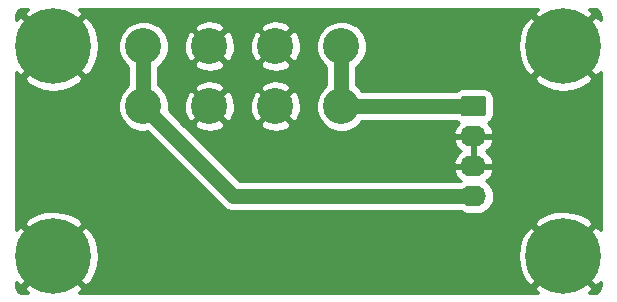
<source format=gtl>
%TF.GenerationSoftware,KiCad,Pcbnew,(5.1.8-0-10_14)*%
%TF.CreationDate,2021-07-08T18:54:03+01:00*%
%TF.ProjectId,4u-mini-boat-power-connection,34752d6d-696e-4692-9d62-6f61742d706f,rev?*%
%TF.SameCoordinates,Original*%
%TF.FileFunction,Copper,L1,Top*%
%TF.FilePolarity,Positive*%
%FSLAX46Y46*%
G04 Gerber Fmt 4.6, Leading zero omitted, Abs format (unit mm)*
G04 Created by KiCad (PCBNEW (5.1.8-0-10_14)) date 2021-07-08 18:54:03*
%MOMM*%
%LPD*%
G01*
G04 APERTURE LIST*
%TA.AperFunction,ComponentPad*%
%ADD10O,2.190000X1.740000*%
%TD*%
%TA.AperFunction,ComponentPad*%
%ADD11C,3.048000*%
%TD*%
%TA.AperFunction,ComponentPad*%
%ADD12C,6.400000*%
%TD*%
%TA.AperFunction,Conductor*%
%ADD13C,1.270000*%
%TD*%
%TA.AperFunction,Conductor*%
%ADD14C,0.254000*%
%TD*%
%TA.AperFunction,Conductor*%
%ADD15C,0.100000*%
%TD*%
G04 APERTURE END LIST*
D10*
%TO.P,J2,4*%
%TO.N,Net-(J1-Pad4)*%
X166370000Y-92710000D03*
%TO.P,J2,3*%
%TO.N,GND*%
X166370000Y-90170000D03*
%TO.P,J2,2*%
X166370000Y-87630000D03*
%TO.P,J2,1*%
%TO.N,Net-(J1-Pad1)*%
%TA.AperFunction,ComponentPad*%
G36*
G01*
X165524999Y-84220000D02*
X167215001Y-84220000D01*
G75*
G02*
X167465000Y-84469999I0J-249999D01*
G01*
X167465000Y-85710001D01*
G75*
G02*
X167215001Y-85960000I-249999J0D01*
G01*
X165524999Y-85960000D01*
G75*
G02*
X165275000Y-85710001I0J249999D01*
G01*
X165275000Y-84469999D01*
G75*
G02*
X165524999Y-84220000I249999J0D01*
G01*
G37*
%TD.AperFunction*%
%TD*%
D11*
%TO.P,J1,3*%
%TO.N,GND*%
X144018000Y-85090000D03*
%TO.P,J1,4*%
%TO.N,Net-(J1-Pad4)*%
X138430000Y-80010000D03*
X138430000Y-85090000D03*
%TO.P,J1,3*%
%TO.N,GND*%
X144018000Y-80010000D03*
%TO.P,J1,1*%
%TO.N,Net-(J1-Pad1)*%
X155194000Y-80010000D03*
X155194000Y-85090000D03*
%TO.P,J1,2*%
%TO.N,GND*%
X149606000Y-85090000D03*
X149606000Y-80010000D03*
%TD*%
D12*
%TO.P,H4,1*%
%TO.N,GND*%
X130810000Y-97790000D03*
%TD*%
%TO.P,H3,1*%
%TO.N,GND*%
X173990000Y-80010000D03*
%TD*%
%TO.P,H2,1*%
%TO.N,GND*%
X130810000Y-80010000D03*
%TD*%
%TO.P,H1,1*%
%TO.N,GND*%
X173990000Y-97790000D03*
%TD*%
D13*
%TO.N,Net-(J1-Pad4)*%
X146050000Y-92710000D02*
X166370000Y-92710000D01*
X138430000Y-85090000D02*
X146050000Y-92710000D01*
X138430000Y-80010000D02*
X138430000Y-85090000D01*
%TO.N,Net-(J1-Pad1)*%
X155194000Y-85090000D02*
X166370000Y-85090000D01*
X155194000Y-80010000D02*
X155194000Y-85090000D01*
%TD*%
D14*
%TO.N,GND*%
X128288724Y-77309119D02*
X130810000Y-79830395D01*
X133331276Y-77309119D01*
X133000914Y-76860000D01*
X171799086Y-76860000D01*
X171468724Y-77309119D01*
X173990000Y-79830395D01*
X176511276Y-77309119D01*
X176180914Y-76860000D01*
X176497721Y-76860000D01*
X176647869Y-76874722D01*
X176761246Y-76908953D01*
X176865819Y-76964555D01*
X176957596Y-77039407D01*
X177033091Y-77130664D01*
X177089419Y-77234844D01*
X177124440Y-77347976D01*
X177140000Y-77496022D01*
X177140000Y-77819086D01*
X176690881Y-77488724D01*
X174169605Y-80010000D01*
X176690881Y-82531276D01*
X177140000Y-82200914D01*
X177140001Y-95599086D01*
X176690881Y-95268724D01*
X174169605Y-97790000D01*
X176690881Y-100311276D01*
X177140001Y-99980913D01*
X177140001Y-100297711D01*
X177125278Y-100447869D01*
X177091047Y-100561246D01*
X177035446Y-100665817D01*
X176960594Y-100757595D01*
X176869335Y-100833091D01*
X176765160Y-100889419D01*
X176652024Y-100924440D01*
X176503979Y-100940000D01*
X176180914Y-100940000D01*
X176511276Y-100490881D01*
X173990000Y-97969605D01*
X171468724Y-100490881D01*
X171799086Y-100940000D01*
X133000914Y-100940000D01*
X133331276Y-100490881D01*
X130810000Y-97969605D01*
X128288724Y-100490881D01*
X128619086Y-100940000D01*
X128302279Y-100940000D01*
X128152131Y-100925278D01*
X128038754Y-100891047D01*
X127934183Y-100835446D01*
X127842405Y-100760594D01*
X127766909Y-100669335D01*
X127710581Y-100565160D01*
X127675560Y-100452024D01*
X127660000Y-100303979D01*
X127660000Y-99980914D01*
X128109119Y-100311276D01*
X130630395Y-97790000D01*
X130989605Y-97790000D01*
X133510881Y-100311276D01*
X134000548Y-99951088D01*
X134360849Y-99287118D01*
X134584694Y-98565615D01*
X134663480Y-97814305D01*
X134659002Y-97765695D01*
X170136520Y-97765695D01*
X170205822Y-98517938D01*
X170420548Y-99242208D01*
X170772445Y-99910670D01*
X170799452Y-99951088D01*
X171289119Y-100311276D01*
X173810395Y-97790000D01*
X171289119Y-95268724D01*
X170799452Y-95628912D01*
X170439151Y-96292882D01*
X170215306Y-97014385D01*
X170136520Y-97765695D01*
X134659002Y-97765695D01*
X134594178Y-97062062D01*
X134379452Y-96337792D01*
X134027555Y-95669330D01*
X134000548Y-95628912D01*
X133510881Y-95268724D01*
X130989605Y-97790000D01*
X130630395Y-97790000D01*
X128109119Y-95268724D01*
X127660000Y-95599086D01*
X127660000Y-95089119D01*
X128288724Y-95089119D01*
X130810000Y-97610395D01*
X133331276Y-95089119D01*
X171468724Y-95089119D01*
X173990000Y-97610395D01*
X176511276Y-95089119D01*
X176151088Y-94599452D01*
X175487118Y-94239151D01*
X174765615Y-94015306D01*
X174014305Y-93936520D01*
X173262062Y-94005822D01*
X172537792Y-94220548D01*
X171869330Y-94572445D01*
X171828912Y-94599452D01*
X171468724Y-95089119D01*
X133331276Y-95089119D01*
X132971088Y-94599452D01*
X132307118Y-94239151D01*
X131585615Y-94015306D01*
X130834305Y-93936520D01*
X130082062Y-94005822D01*
X129357792Y-94220548D01*
X128689330Y-94572445D01*
X128648912Y-94599452D01*
X128288724Y-95089119D01*
X127660000Y-95089119D01*
X127660000Y-82710881D01*
X128288724Y-82710881D01*
X128648912Y-83200548D01*
X129312882Y-83560849D01*
X130034385Y-83784694D01*
X130785695Y-83863480D01*
X131537938Y-83794178D01*
X132262208Y-83579452D01*
X132930670Y-83227555D01*
X132971088Y-83200548D01*
X133331276Y-82710881D01*
X130810000Y-80189605D01*
X128288724Y-82710881D01*
X127660000Y-82710881D01*
X127660000Y-82200914D01*
X128109119Y-82531276D01*
X130630395Y-80010000D01*
X130989605Y-80010000D01*
X133510881Y-82531276D01*
X134000548Y-82171088D01*
X134360849Y-81507118D01*
X134584694Y-80785615D01*
X134663480Y-80034305D01*
X134641651Y-79797357D01*
X136271000Y-79797357D01*
X136271000Y-80222643D01*
X136353970Y-80639757D01*
X136516719Y-81032670D01*
X136752996Y-81386282D01*
X137053718Y-81687004D01*
X137160000Y-81758020D01*
X137160001Y-83341980D01*
X137053718Y-83412996D01*
X136752996Y-83713718D01*
X136516719Y-84067330D01*
X136353970Y-84460243D01*
X136271000Y-84877357D01*
X136271000Y-85302643D01*
X136353970Y-85719757D01*
X136516719Y-86112670D01*
X136752996Y-86466282D01*
X137053718Y-86767004D01*
X137407330Y-87003281D01*
X137800243Y-87166030D01*
X138217357Y-87249000D01*
X138642643Y-87249000D01*
X138768012Y-87224062D01*
X145107863Y-93563914D01*
X145147630Y-93612370D01*
X145341012Y-93771075D01*
X145561641Y-93889003D01*
X145718284Y-93936520D01*
X145801036Y-93961623D01*
X145826755Y-93964156D01*
X145987620Y-93980000D01*
X145987626Y-93980000D01*
X146049999Y-93986143D01*
X146112372Y-93980000D01*
X165328362Y-93980000D01*
X165566275Y-94107166D01*
X165849968Y-94193224D01*
X166071064Y-94215000D01*
X166668936Y-94215000D01*
X166890032Y-94193224D01*
X167173725Y-94107166D01*
X167435179Y-93967417D01*
X167664345Y-93779345D01*
X167852417Y-93550179D01*
X167992166Y-93288725D01*
X168078224Y-93005032D01*
X168107282Y-92710000D01*
X168078224Y-92414968D01*
X167992166Y-92131275D01*
X167852417Y-91869821D01*
X167664345Y-91640655D01*
X167435179Y-91452583D01*
X167406848Y-91437440D01*
X167547433Y-91344708D01*
X167758306Y-91136326D01*
X167924474Y-90890809D01*
X168039551Y-90617591D01*
X168056302Y-90530031D01*
X167935246Y-90297000D01*
X166497000Y-90297000D01*
X166497000Y-90317000D01*
X166243000Y-90317000D01*
X166243000Y-90297000D01*
X164804754Y-90297000D01*
X164683698Y-90530031D01*
X164700449Y-90617591D01*
X164815526Y-90890809D01*
X164981694Y-91136326D01*
X165192567Y-91344708D01*
X165333152Y-91437440D01*
X165328362Y-91440000D01*
X146576051Y-91440000D01*
X143126082Y-87990031D01*
X164683698Y-87990031D01*
X164700449Y-88077591D01*
X164815526Y-88350809D01*
X164981694Y-88596326D01*
X165192567Y-88804708D01*
X165337032Y-88900000D01*
X165192567Y-88995292D01*
X164981694Y-89203674D01*
X164815526Y-89449191D01*
X164700449Y-89722409D01*
X164683698Y-89809969D01*
X164804754Y-90043000D01*
X166243000Y-90043000D01*
X166243000Y-87757000D01*
X166497000Y-87757000D01*
X166497000Y-90043000D01*
X167935246Y-90043000D01*
X168056302Y-89809969D01*
X168039551Y-89722409D01*
X167924474Y-89449191D01*
X167758306Y-89203674D01*
X167547433Y-88995292D01*
X167402968Y-88900000D01*
X167547433Y-88804708D01*
X167758306Y-88596326D01*
X167924474Y-88350809D01*
X168039551Y-88077591D01*
X168056302Y-87990031D01*
X167935246Y-87757000D01*
X166497000Y-87757000D01*
X166243000Y-87757000D01*
X164804754Y-87757000D01*
X164683698Y-87990031D01*
X143126082Y-87990031D01*
X141734791Y-86598740D01*
X142688865Y-86598740D01*
X142847764Y-86916758D01*
X143226632Y-87109959D01*
X143635913Y-87225534D01*
X144059876Y-87259042D01*
X144482230Y-87209194D01*
X144886744Y-87077908D01*
X145188236Y-86916758D01*
X145347135Y-86598740D01*
X148276865Y-86598740D01*
X148435764Y-86916758D01*
X148814632Y-87109959D01*
X149223913Y-87225534D01*
X149647876Y-87259042D01*
X150070230Y-87209194D01*
X150474744Y-87077908D01*
X150776236Y-86916758D01*
X150935135Y-86598740D01*
X149606000Y-85269605D01*
X148276865Y-86598740D01*
X145347135Y-86598740D01*
X144018000Y-85269605D01*
X142688865Y-86598740D01*
X141734791Y-86598740D01*
X140564062Y-85428012D01*
X140589000Y-85302643D01*
X140589000Y-85131876D01*
X141848958Y-85131876D01*
X141898806Y-85554230D01*
X142030092Y-85958744D01*
X142191242Y-86260236D01*
X142509260Y-86419135D01*
X143838395Y-85090000D01*
X144197605Y-85090000D01*
X145526740Y-86419135D01*
X145844758Y-86260236D01*
X146037959Y-85881368D01*
X146153534Y-85472087D01*
X146180422Y-85131876D01*
X147436958Y-85131876D01*
X147486806Y-85554230D01*
X147618092Y-85958744D01*
X147779242Y-86260236D01*
X148097260Y-86419135D01*
X149426395Y-85090000D01*
X149785605Y-85090000D01*
X151114740Y-86419135D01*
X151432758Y-86260236D01*
X151625959Y-85881368D01*
X151741534Y-85472087D01*
X151775042Y-85048124D01*
X151725194Y-84625770D01*
X151593908Y-84221256D01*
X151432758Y-83919764D01*
X151114740Y-83760865D01*
X149785605Y-85090000D01*
X149426395Y-85090000D01*
X148097260Y-83760865D01*
X147779242Y-83919764D01*
X147586041Y-84298632D01*
X147470466Y-84707913D01*
X147436958Y-85131876D01*
X146180422Y-85131876D01*
X146187042Y-85048124D01*
X146137194Y-84625770D01*
X146005908Y-84221256D01*
X145844758Y-83919764D01*
X145526740Y-83760865D01*
X144197605Y-85090000D01*
X143838395Y-85090000D01*
X142509260Y-83760865D01*
X142191242Y-83919764D01*
X141998041Y-84298632D01*
X141882466Y-84707913D01*
X141848958Y-85131876D01*
X140589000Y-85131876D01*
X140589000Y-84877357D01*
X140506030Y-84460243D01*
X140343281Y-84067330D01*
X140107004Y-83713718D01*
X139974546Y-83581260D01*
X142688865Y-83581260D01*
X144018000Y-84910395D01*
X145347135Y-83581260D01*
X148276865Y-83581260D01*
X149606000Y-84910395D01*
X150935135Y-83581260D01*
X150776236Y-83263242D01*
X150397368Y-83070041D01*
X149988087Y-82954466D01*
X149564124Y-82920958D01*
X149141770Y-82970806D01*
X148737256Y-83102092D01*
X148435764Y-83263242D01*
X148276865Y-83581260D01*
X145347135Y-83581260D01*
X145188236Y-83263242D01*
X144809368Y-83070041D01*
X144400087Y-82954466D01*
X143976124Y-82920958D01*
X143553770Y-82970806D01*
X143149256Y-83102092D01*
X142847764Y-83263242D01*
X142688865Y-83581260D01*
X139974546Y-83581260D01*
X139806282Y-83412996D01*
X139700000Y-83341980D01*
X139700000Y-81758020D01*
X139806282Y-81687004D01*
X139974546Y-81518740D01*
X142688865Y-81518740D01*
X142847764Y-81836758D01*
X143226632Y-82029959D01*
X143635913Y-82145534D01*
X144059876Y-82179042D01*
X144482230Y-82129194D01*
X144886744Y-81997908D01*
X145188236Y-81836758D01*
X145347135Y-81518740D01*
X148276865Y-81518740D01*
X148435764Y-81836758D01*
X148814632Y-82029959D01*
X149223913Y-82145534D01*
X149647876Y-82179042D01*
X150070230Y-82129194D01*
X150474744Y-81997908D01*
X150776236Y-81836758D01*
X150935135Y-81518740D01*
X149606000Y-80189605D01*
X148276865Y-81518740D01*
X145347135Y-81518740D01*
X144018000Y-80189605D01*
X142688865Y-81518740D01*
X139974546Y-81518740D01*
X140107004Y-81386282D01*
X140343281Y-81032670D01*
X140506030Y-80639757D01*
X140589000Y-80222643D01*
X140589000Y-80051876D01*
X141848958Y-80051876D01*
X141898806Y-80474230D01*
X142030092Y-80878744D01*
X142191242Y-81180236D01*
X142509260Y-81339135D01*
X143838395Y-80010000D01*
X144197605Y-80010000D01*
X145526740Y-81339135D01*
X145844758Y-81180236D01*
X146037959Y-80801368D01*
X146153534Y-80392087D01*
X146180422Y-80051876D01*
X147436958Y-80051876D01*
X147486806Y-80474230D01*
X147618092Y-80878744D01*
X147779242Y-81180236D01*
X148097260Y-81339135D01*
X149426395Y-80010000D01*
X149785605Y-80010000D01*
X151114740Y-81339135D01*
X151432758Y-81180236D01*
X151625959Y-80801368D01*
X151741534Y-80392087D01*
X151775042Y-79968124D01*
X151754888Y-79797357D01*
X153035000Y-79797357D01*
X153035000Y-80222643D01*
X153117970Y-80639757D01*
X153280719Y-81032670D01*
X153516996Y-81386282D01*
X153817718Y-81687004D01*
X153924000Y-81758020D01*
X153924001Y-83341980D01*
X153817718Y-83412996D01*
X153516996Y-83713718D01*
X153280719Y-84067330D01*
X153117970Y-84460243D01*
X153035000Y-84877357D01*
X153035000Y-85302643D01*
X153117970Y-85719757D01*
X153280719Y-86112670D01*
X153516996Y-86466282D01*
X153817718Y-86767004D01*
X154171330Y-87003281D01*
X154564243Y-87166030D01*
X154981357Y-87249000D01*
X155406643Y-87249000D01*
X155823757Y-87166030D01*
X156216670Y-87003281D01*
X156570282Y-86767004D01*
X156871004Y-86466282D01*
X156942020Y-86360000D01*
X164923891Y-86360000D01*
X165031613Y-86448405D01*
X165140590Y-86506655D01*
X164981694Y-86663674D01*
X164815526Y-86909191D01*
X164700449Y-87182409D01*
X164683698Y-87269969D01*
X164804754Y-87503000D01*
X166243000Y-87503000D01*
X166243000Y-87483000D01*
X166497000Y-87483000D01*
X166497000Y-87503000D01*
X167935246Y-87503000D01*
X168056302Y-87269969D01*
X168039551Y-87182409D01*
X167924474Y-86909191D01*
X167758306Y-86663674D01*
X167599410Y-86506655D01*
X167708387Y-86448405D01*
X167842962Y-86337962D01*
X167953405Y-86203387D01*
X168035472Y-86049851D01*
X168086008Y-85883255D01*
X168103072Y-85710001D01*
X168103072Y-84469999D01*
X168086008Y-84296745D01*
X168035472Y-84130149D01*
X167953405Y-83976613D01*
X167842962Y-83842038D01*
X167708387Y-83731595D01*
X167554851Y-83649528D01*
X167388255Y-83598992D01*
X167215001Y-83581928D01*
X165524999Y-83581928D01*
X165351745Y-83598992D01*
X165185149Y-83649528D01*
X165031613Y-83731595D01*
X164923891Y-83820000D01*
X156942020Y-83820000D01*
X156871004Y-83713718D01*
X156570282Y-83412996D01*
X156464000Y-83341980D01*
X156464000Y-82710881D01*
X171468724Y-82710881D01*
X171828912Y-83200548D01*
X172492882Y-83560849D01*
X173214385Y-83784694D01*
X173965695Y-83863480D01*
X174717938Y-83794178D01*
X175442208Y-83579452D01*
X176110670Y-83227555D01*
X176151088Y-83200548D01*
X176511276Y-82710881D01*
X173990000Y-80189605D01*
X171468724Y-82710881D01*
X156464000Y-82710881D01*
X156464000Y-81758020D01*
X156570282Y-81687004D01*
X156871004Y-81386282D01*
X157107281Y-81032670D01*
X157270030Y-80639757D01*
X157353000Y-80222643D01*
X157353000Y-79985695D01*
X170136520Y-79985695D01*
X170205822Y-80737938D01*
X170420548Y-81462208D01*
X170772445Y-82130670D01*
X170799452Y-82171088D01*
X171289119Y-82531276D01*
X173810395Y-80010000D01*
X171289119Y-77488724D01*
X170799452Y-77848912D01*
X170439151Y-78512882D01*
X170215306Y-79234385D01*
X170136520Y-79985695D01*
X157353000Y-79985695D01*
X157353000Y-79797357D01*
X157270030Y-79380243D01*
X157107281Y-78987330D01*
X156871004Y-78633718D01*
X156570282Y-78332996D01*
X156216670Y-78096719D01*
X155823757Y-77933970D01*
X155406643Y-77851000D01*
X154981357Y-77851000D01*
X154564243Y-77933970D01*
X154171330Y-78096719D01*
X153817718Y-78332996D01*
X153516996Y-78633718D01*
X153280719Y-78987330D01*
X153117970Y-79380243D01*
X153035000Y-79797357D01*
X151754888Y-79797357D01*
X151725194Y-79545770D01*
X151593908Y-79141256D01*
X151432758Y-78839764D01*
X151114740Y-78680865D01*
X149785605Y-80010000D01*
X149426395Y-80010000D01*
X148097260Y-78680865D01*
X147779242Y-78839764D01*
X147586041Y-79218632D01*
X147470466Y-79627913D01*
X147436958Y-80051876D01*
X146180422Y-80051876D01*
X146187042Y-79968124D01*
X146137194Y-79545770D01*
X146005908Y-79141256D01*
X145844758Y-78839764D01*
X145526740Y-78680865D01*
X144197605Y-80010000D01*
X143838395Y-80010000D01*
X142509260Y-78680865D01*
X142191242Y-78839764D01*
X141998041Y-79218632D01*
X141882466Y-79627913D01*
X141848958Y-80051876D01*
X140589000Y-80051876D01*
X140589000Y-79797357D01*
X140506030Y-79380243D01*
X140343281Y-78987330D01*
X140107004Y-78633718D01*
X139974546Y-78501260D01*
X142688865Y-78501260D01*
X144018000Y-79830395D01*
X145347135Y-78501260D01*
X148276865Y-78501260D01*
X149606000Y-79830395D01*
X150935135Y-78501260D01*
X150776236Y-78183242D01*
X150397368Y-77990041D01*
X149988087Y-77874466D01*
X149564124Y-77840958D01*
X149141770Y-77890806D01*
X148737256Y-78022092D01*
X148435764Y-78183242D01*
X148276865Y-78501260D01*
X145347135Y-78501260D01*
X145188236Y-78183242D01*
X144809368Y-77990041D01*
X144400087Y-77874466D01*
X143976124Y-77840958D01*
X143553770Y-77890806D01*
X143149256Y-78022092D01*
X142847764Y-78183242D01*
X142688865Y-78501260D01*
X139974546Y-78501260D01*
X139806282Y-78332996D01*
X139452670Y-78096719D01*
X139059757Y-77933970D01*
X138642643Y-77851000D01*
X138217357Y-77851000D01*
X137800243Y-77933970D01*
X137407330Y-78096719D01*
X137053718Y-78332996D01*
X136752996Y-78633718D01*
X136516719Y-78987330D01*
X136353970Y-79380243D01*
X136271000Y-79797357D01*
X134641651Y-79797357D01*
X134594178Y-79282062D01*
X134379452Y-78557792D01*
X134027555Y-77889330D01*
X134000548Y-77848912D01*
X133510881Y-77488724D01*
X130989605Y-80010000D01*
X130630395Y-80010000D01*
X128109119Y-77488724D01*
X127660000Y-77819086D01*
X127660000Y-77502279D01*
X127674722Y-77352131D01*
X127708953Y-77238754D01*
X127764555Y-77134181D01*
X127839407Y-77042404D01*
X127930664Y-76966909D01*
X128034844Y-76910581D01*
X128147976Y-76875560D01*
X128296022Y-76860000D01*
X128619086Y-76860000D01*
X128288724Y-77309119D01*
%TA.AperFunction,Conductor*%
D15*
G36*
X128288724Y-77309119D02*
G01*
X130810000Y-79830395D01*
X133331276Y-77309119D01*
X133000914Y-76860000D01*
X171799086Y-76860000D01*
X171468724Y-77309119D01*
X173990000Y-79830395D01*
X176511276Y-77309119D01*
X176180914Y-76860000D01*
X176497721Y-76860000D01*
X176647869Y-76874722D01*
X176761246Y-76908953D01*
X176865819Y-76964555D01*
X176957596Y-77039407D01*
X177033091Y-77130664D01*
X177089419Y-77234844D01*
X177124440Y-77347976D01*
X177140000Y-77496022D01*
X177140000Y-77819086D01*
X176690881Y-77488724D01*
X174169605Y-80010000D01*
X176690881Y-82531276D01*
X177140000Y-82200914D01*
X177140001Y-95599086D01*
X176690881Y-95268724D01*
X174169605Y-97790000D01*
X176690881Y-100311276D01*
X177140001Y-99980913D01*
X177140001Y-100297711D01*
X177125278Y-100447869D01*
X177091047Y-100561246D01*
X177035446Y-100665817D01*
X176960594Y-100757595D01*
X176869335Y-100833091D01*
X176765160Y-100889419D01*
X176652024Y-100924440D01*
X176503979Y-100940000D01*
X176180914Y-100940000D01*
X176511276Y-100490881D01*
X173990000Y-97969605D01*
X171468724Y-100490881D01*
X171799086Y-100940000D01*
X133000914Y-100940000D01*
X133331276Y-100490881D01*
X130810000Y-97969605D01*
X128288724Y-100490881D01*
X128619086Y-100940000D01*
X128302279Y-100940000D01*
X128152131Y-100925278D01*
X128038754Y-100891047D01*
X127934183Y-100835446D01*
X127842405Y-100760594D01*
X127766909Y-100669335D01*
X127710581Y-100565160D01*
X127675560Y-100452024D01*
X127660000Y-100303979D01*
X127660000Y-99980914D01*
X128109119Y-100311276D01*
X130630395Y-97790000D01*
X130989605Y-97790000D01*
X133510881Y-100311276D01*
X134000548Y-99951088D01*
X134360849Y-99287118D01*
X134584694Y-98565615D01*
X134663480Y-97814305D01*
X134659002Y-97765695D01*
X170136520Y-97765695D01*
X170205822Y-98517938D01*
X170420548Y-99242208D01*
X170772445Y-99910670D01*
X170799452Y-99951088D01*
X171289119Y-100311276D01*
X173810395Y-97790000D01*
X171289119Y-95268724D01*
X170799452Y-95628912D01*
X170439151Y-96292882D01*
X170215306Y-97014385D01*
X170136520Y-97765695D01*
X134659002Y-97765695D01*
X134594178Y-97062062D01*
X134379452Y-96337792D01*
X134027555Y-95669330D01*
X134000548Y-95628912D01*
X133510881Y-95268724D01*
X130989605Y-97790000D01*
X130630395Y-97790000D01*
X128109119Y-95268724D01*
X127660000Y-95599086D01*
X127660000Y-95089119D01*
X128288724Y-95089119D01*
X130810000Y-97610395D01*
X133331276Y-95089119D01*
X171468724Y-95089119D01*
X173990000Y-97610395D01*
X176511276Y-95089119D01*
X176151088Y-94599452D01*
X175487118Y-94239151D01*
X174765615Y-94015306D01*
X174014305Y-93936520D01*
X173262062Y-94005822D01*
X172537792Y-94220548D01*
X171869330Y-94572445D01*
X171828912Y-94599452D01*
X171468724Y-95089119D01*
X133331276Y-95089119D01*
X132971088Y-94599452D01*
X132307118Y-94239151D01*
X131585615Y-94015306D01*
X130834305Y-93936520D01*
X130082062Y-94005822D01*
X129357792Y-94220548D01*
X128689330Y-94572445D01*
X128648912Y-94599452D01*
X128288724Y-95089119D01*
X127660000Y-95089119D01*
X127660000Y-82710881D01*
X128288724Y-82710881D01*
X128648912Y-83200548D01*
X129312882Y-83560849D01*
X130034385Y-83784694D01*
X130785695Y-83863480D01*
X131537938Y-83794178D01*
X132262208Y-83579452D01*
X132930670Y-83227555D01*
X132971088Y-83200548D01*
X133331276Y-82710881D01*
X130810000Y-80189605D01*
X128288724Y-82710881D01*
X127660000Y-82710881D01*
X127660000Y-82200914D01*
X128109119Y-82531276D01*
X130630395Y-80010000D01*
X130989605Y-80010000D01*
X133510881Y-82531276D01*
X134000548Y-82171088D01*
X134360849Y-81507118D01*
X134584694Y-80785615D01*
X134663480Y-80034305D01*
X134641651Y-79797357D01*
X136271000Y-79797357D01*
X136271000Y-80222643D01*
X136353970Y-80639757D01*
X136516719Y-81032670D01*
X136752996Y-81386282D01*
X137053718Y-81687004D01*
X137160000Y-81758020D01*
X137160001Y-83341980D01*
X137053718Y-83412996D01*
X136752996Y-83713718D01*
X136516719Y-84067330D01*
X136353970Y-84460243D01*
X136271000Y-84877357D01*
X136271000Y-85302643D01*
X136353970Y-85719757D01*
X136516719Y-86112670D01*
X136752996Y-86466282D01*
X137053718Y-86767004D01*
X137407330Y-87003281D01*
X137800243Y-87166030D01*
X138217357Y-87249000D01*
X138642643Y-87249000D01*
X138768012Y-87224062D01*
X145107863Y-93563914D01*
X145147630Y-93612370D01*
X145341012Y-93771075D01*
X145561641Y-93889003D01*
X145718284Y-93936520D01*
X145801036Y-93961623D01*
X145826755Y-93964156D01*
X145987620Y-93980000D01*
X145987626Y-93980000D01*
X146049999Y-93986143D01*
X146112372Y-93980000D01*
X165328362Y-93980000D01*
X165566275Y-94107166D01*
X165849968Y-94193224D01*
X166071064Y-94215000D01*
X166668936Y-94215000D01*
X166890032Y-94193224D01*
X167173725Y-94107166D01*
X167435179Y-93967417D01*
X167664345Y-93779345D01*
X167852417Y-93550179D01*
X167992166Y-93288725D01*
X168078224Y-93005032D01*
X168107282Y-92710000D01*
X168078224Y-92414968D01*
X167992166Y-92131275D01*
X167852417Y-91869821D01*
X167664345Y-91640655D01*
X167435179Y-91452583D01*
X167406848Y-91437440D01*
X167547433Y-91344708D01*
X167758306Y-91136326D01*
X167924474Y-90890809D01*
X168039551Y-90617591D01*
X168056302Y-90530031D01*
X167935246Y-90297000D01*
X166497000Y-90297000D01*
X166497000Y-90317000D01*
X166243000Y-90317000D01*
X166243000Y-90297000D01*
X164804754Y-90297000D01*
X164683698Y-90530031D01*
X164700449Y-90617591D01*
X164815526Y-90890809D01*
X164981694Y-91136326D01*
X165192567Y-91344708D01*
X165333152Y-91437440D01*
X165328362Y-91440000D01*
X146576051Y-91440000D01*
X143126082Y-87990031D01*
X164683698Y-87990031D01*
X164700449Y-88077591D01*
X164815526Y-88350809D01*
X164981694Y-88596326D01*
X165192567Y-88804708D01*
X165337032Y-88900000D01*
X165192567Y-88995292D01*
X164981694Y-89203674D01*
X164815526Y-89449191D01*
X164700449Y-89722409D01*
X164683698Y-89809969D01*
X164804754Y-90043000D01*
X166243000Y-90043000D01*
X166243000Y-87757000D01*
X166497000Y-87757000D01*
X166497000Y-90043000D01*
X167935246Y-90043000D01*
X168056302Y-89809969D01*
X168039551Y-89722409D01*
X167924474Y-89449191D01*
X167758306Y-89203674D01*
X167547433Y-88995292D01*
X167402968Y-88900000D01*
X167547433Y-88804708D01*
X167758306Y-88596326D01*
X167924474Y-88350809D01*
X168039551Y-88077591D01*
X168056302Y-87990031D01*
X167935246Y-87757000D01*
X166497000Y-87757000D01*
X166243000Y-87757000D01*
X164804754Y-87757000D01*
X164683698Y-87990031D01*
X143126082Y-87990031D01*
X141734791Y-86598740D01*
X142688865Y-86598740D01*
X142847764Y-86916758D01*
X143226632Y-87109959D01*
X143635913Y-87225534D01*
X144059876Y-87259042D01*
X144482230Y-87209194D01*
X144886744Y-87077908D01*
X145188236Y-86916758D01*
X145347135Y-86598740D01*
X148276865Y-86598740D01*
X148435764Y-86916758D01*
X148814632Y-87109959D01*
X149223913Y-87225534D01*
X149647876Y-87259042D01*
X150070230Y-87209194D01*
X150474744Y-87077908D01*
X150776236Y-86916758D01*
X150935135Y-86598740D01*
X149606000Y-85269605D01*
X148276865Y-86598740D01*
X145347135Y-86598740D01*
X144018000Y-85269605D01*
X142688865Y-86598740D01*
X141734791Y-86598740D01*
X140564062Y-85428012D01*
X140589000Y-85302643D01*
X140589000Y-85131876D01*
X141848958Y-85131876D01*
X141898806Y-85554230D01*
X142030092Y-85958744D01*
X142191242Y-86260236D01*
X142509260Y-86419135D01*
X143838395Y-85090000D01*
X144197605Y-85090000D01*
X145526740Y-86419135D01*
X145844758Y-86260236D01*
X146037959Y-85881368D01*
X146153534Y-85472087D01*
X146180422Y-85131876D01*
X147436958Y-85131876D01*
X147486806Y-85554230D01*
X147618092Y-85958744D01*
X147779242Y-86260236D01*
X148097260Y-86419135D01*
X149426395Y-85090000D01*
X149785605Y-85090000D01*
X151114740Y-86419135D01*
X151432758Y-86260236D01*
X151625959Y-85881368D01*
X151741534Y-85472087D01*
X151775042Y-85048124D01*
X151725194Y-84625770D01*
X151593908Y-84221256D01*
X151432758Y-83919764D01*
X151114740Y-83760865D01*
X149785605Y-85090000D01*
X149426395Y-85090000D01*
X148097260Y-83760865D01*
X147779242Y-83919764D01*
X147586041Y-84298632D01*
X147470466Y-84707913D01*
X147436958Y-85131876D01*
X146180422Y-85131876D01*
X146187042Y-85048124D01*
X146137194Y-84625770D01*
X146005908Y-84221256D01*
X145844758Y-83919764D01*
X145526740Y-83760865D01*
X144197605Y-85090000D01*
X143838395Y-85090000D01*
X142509260Y-83760865D01*
X142191242Y-83919764D01*
X141998041Y-84298632D01*
X141882466Y-84707913D01*
X141848958Y-85131876D01*
X140589000Y-85131876D01*
X140589000Y-84877357D01*
X140506030Y-84460243D01*
X140343281Y-84067330D01*
X140107004Y-83713718D01*
X139974546Y-83581260D01*
X142688865Y-83581260D01*
X144018000Y-84910395D01*
X145347135Y-83581260D01*
X148276865Y-83581260D01*
X149606000Y-84910395D01*
X150935135Y-83581260D01*
X150776236Y-83263242D01*
X150397368Y-83070041D01*
X149988087Y-82954466D01*
X149564124Y-82920958D01*
X149141770Y-82970806D01*
X148737256Y-83102092D01*
X148435764Y-83263242D01*
X148276865Y-83581260D01*
X145347135Y-83581260D01*
X145188236Y-83263242D01*
X144809368Y-83070041D01*
X144400087Y-82954466D01*
X143976124Y-82920958D01*
X143553770Y-82970806D01*
X143149256Y-83102092D01*
X142847764Y-83263242D01*
X142688865Y-83581260D01*
X139974546Y-83581260D01*
X139806282Y-83412996D01*
X139700000Y-83341980D01*
X139700000Y-81758020D01*
X139806282Y-81687004D01*
X139974546Y-81518740D01*
X142688865Y-81518740D01*
X142847764Y-81836758D01*
X143226632Y-82029959D01*
X143635913Y-82145534D01*
X144059876Y-82179042D01*
X144482230Y-82129194D01*
X144886744Y-81997908D01*
X145188236Y-81836758D01*
X145347135Y-81518740D01*
X148276865Y-81518740D01*
X148435764Y-81836758D01*
X148814632Y-82029959D01*
X149223913Y-82145534D01*
X149647876Y-82179042D01*
X150070230Y-82129194D01*
X150474744Y-81997908D01*
X150776236Y-81836758D01*
X150935135Y-81518740D01*
X149606000Y-80189605D01*
X148276865Y-81518740D01*
X145347135Y-81518740D01*
X144018000Y-80189605D01*
X142688865Y-81518740D01*
X139974546Y-81518740D01*
X140107004Y-81386282D01*
X140343281Y-81032670D01*
X140506030Y-80639757D01*
X140589000Y-80222643D01*
X140589000Y-80051876D01*
X141848958Y-80051876D01*
X141898806Y-80474230D01*
X142030092Y-80878744D01*
X142191242Y-81180236D01*
X142509260Y-81339135D01*
X143838395Y-80010000D01*
X144197605Y-80010000D01*
X145526740Y-81339135D01*
X145844758Y-81180236D01*
X146037959Y-80801368D01*
X146153534Y-80392087D01*
X146180422Y-80051876D01*
X147436958Y-80051876D01*
X147486806Y-80474230D01*
X147618092Y-80878744D01*
X147779242Y-81180236D01*
X148097260Y-81339135D01*
X149426395Y-80010000D01*
X149785605Y-80010000D01*
X151114740Y-81339135D01*
X151432758Y-81180236D01*
X151625959Y-80801368D01*
X151741534Y-80392087D01*
X151775042Y-79968124D01*
X151754888Y-79797357D01*
X153035000Y-79797357D01*
X153035000Y-80222643D01*
X153117970Y-80639757D01*
X153280719Y-81032670D01*
X153516996Y-81386282D01*
X153817718Y-81687004D01*
X153924000Y-81758020D01*
X153924001Y-83341980D01*
X153817718Y-83412996D01*
X153516996Y-83713718D01*
X153280719Y-84067330D01*
X153117970Y-84460243D01*
X153035000Y-84877357D01*
X153035000Y-85302643D01*
X153117970Y-85719757D01*
X153280719Y-86112670D01*
X153516996Y-86466282D01*
X153817718Y-86767004D01*
X154171330Y-87003281D01*
X154564243Y-87166030D01*
X154981357Y-87249000D01*
X155406643Y-87249000D01*
X155823757Y-87166030D01*
X156216670Y-87003281D01*
X156570282Y-86767004D01*
X156871004Y-86466282D01*
X156942020Y-86360000D01*
X164923891Y-86360000D01*
X165031613Y-86448405D01*
X165140590Y-86506655D01*
X164981694Y-86663674D01*
X164815526Y-86909191D01*
X164700449Y-87182409D01*
X164683698Y-87269969D01*
X164804754Y-87503000D01*
X166243000Y-87503000D01*
X166243000Y-87483000D01*
X166497000Y-87483000D01*
X166497000Y-87503000D01*
X167935246Y-87503000D01*
X168056302Y-87269969D01*
X168039551Y-87182409D01*
X167924474Y-86909191D01*
X167758306Y-86663674D01*
X167599410Y-86506655D01*
X167708387Y-86448405D01*
X167842962Y-86337962D01*
X167953405Y-86203387D01*
X168035472Y-86049851D01*
X168086008Y-85883255D01*
X168103072Y-85710001D01*
X168103072Y-84469999D01*
X168086008Y-84296745D01*
X168035472Y-84130149D01*
X167953405Y-83976613D01*
X167842962Y-83842038D01*
X167708387Y-83731595D01*
X167554851Y-83649528D01*
X167388255Y-83598992D01*
X167215001Y-83581928D01*
X165524999Y-83581928D01*
X165351745Y-83598992D01*
X165185149Y-83649528D01*
X165031613Y-83731595D01*
X164923891Y-83820000D01*
X156942020Y-83820000D01*
X156871004Y-83713718D01*
X156570282Y-83412996D01*
X156464000Y-83341980D01*
X156464000Y-82710881D01*
X171468724Y-82710881D01*
X171828912Y-83200548D01*
X172492882Y-83560849D01*
X173214385Y-83784694D01*
X173965695Y-83863480D01*
X174717938Y-83794178D01*
X175442208Y-83579452D01*
X176110670Y-83227555D01*
X176151088Y-83200548D01*
X176511276Y-82710881D01*
X173990000Y-80189605D01*
X171468724Y-82710881D01*
X156464000Y-82710881D01*
X156464000Y-81758020D01*
X156570282Y-81687004D01*
X156871004Y-81386282D01*
X157107281Y-81032670D01*
X157270030Y-80639757D01*
X157353000Y-80222643D01*
X157353000Y-79985695D01*
X170136520Y-79985695D01*
X170205822Y-80737938D01*
X170420548Y-81462208D01*
X170772445Y-82130670D01*
X170799452Y-82171088D01*
X171289119Y-82531276D01*
X173810395Y-80010000D01*
X171289119Y-77488724D01*
X170799452Y-77848912D01*
X170439151Y-78512882D01*
X170215306Y-79234385D01*
X170136520Y-79985695D01*
X157353000Y-79985695D01*
X157353000Y-79797357D01*
X157270030Y-79380243D01*
X157107281Y-78987330D01*
X156871004Y-78633718D01*
X156570282Y-78332996D01*
X156216670Y-78096719D01*
X155823757Y-77933970D01*
X155406643Y-77851000D01*
X154981357Y-77851000D01*
X154564243Y-77933970D01*
X154171330Y-78096719D01*
X153817718Y-78332996D01*
X153516996Y-78633718D01*
X153280719Y-78987330D01*
X153117970Y-79380243D01*
X153035000Y-79797357D01*
X151754888Y-79797357D01*
X151725194Y-79545770D01*
X151593908Y-79141256D01*
X151432758Y-78839764D01*
X151114740Y-78680865D01*
X149785605Y-80010000D01*
X149426395Y-80010000D01*
X148097260Y-78680865D01*
X147779242Y-78839764D01*
X147586041Y-79218632D01*
X147470466Y-79627913D01*
X147436958Y-80051876D01*
X146180422Y-80051876D01*
X146187042Y-79968124D01*
X146137194Y-79545770D01*
X146005908Y-79141256D01*
X145844758Y-78839764D01*
X145526740Y-78680865D01*
X144197605Y-80010000D01*
X143838395Y-80010000D01*
X142509260Y-78680865D01*
X142191242Y-78839764D01*
X141998041Y-79218632D01*
X141882466Y-79627913D01*
X141848958Y-80051876D01*
X140589000Y-80051876D01*
X140589000Y-79797357D01*
X140506030Y-79380243D01*
X140343281Y-78987330D01*
X140107004Y-78633718D01*
X139974546Y-78501260D01*
X142688865Y-78501260D01*
X144018000Y-79830395D01*
X145347135Y-78501260D01*
X148276865Y-78501260D01*
X149606000Y-79830395D01*
X150935135Y-78501260D01*
X150776236Y-78183242D01*
X150397368Y-77990041D01*
X149988087Y-77874466D01*
X149564124Y-77840958D01*
X149141770Y-77890806D01*
X148737256Y-78022092D01*
X148435764Y-78183242D01*
X148276865Y-78501260D01*
X145347135Y-78501260D01*
X145188236Y-78183242D01*
X144809368Y-77990041D01*
X144400087Y-77874466D01*
X143976124Y-77840958D01*
X143553770Y-77890806D01*
X143149256Y-78022092D01*
X142847764Y-78183242D01*
X142688865Y-78501260D01*
X139974546Y-78501260D01*
X139806282Y-78332996D01*
X139452670Y-78096719D01*
X139059757Y-77933970D01*
X138642643Y-77851000D01*
X138217357Y-77851000D01*
X137800243Y-77933970D01*
X137407330Y-78096719D01*
X137053718Y-78332996D01*
X136752996Y-78633718D01*
X136516719Y-78987330D01*
X136353970Y-79380243D01*
X136271000Y-79797357D01*
X134641651Y-79797357D01*
X134594178Y-79282062D01*
X134379452Y-78557792D01*
X134027555Y-77889330D01*
X134000548Y-77848912D01*
X133510881Y-77488724D01*
X130989605Y-80010000D01*
X130630395Y-80010000D01*
X128109119Y-77488724D01*
X127660000Y-77819086D01*
X127660000Y-77502279D01*
X127674722Y-77352131D01*
X127708953Y-77238754D01*
X127764555Y-77134181D01*
X127839407Y-77042404D01*
X127930664Y-76966909D01*
X128034844Y-76910581D01*
X128147976Y-76875560D01*
X128296022Y-76860000D01*
X128619086Y-76860000D01*
X128288724Y-77309119D01*
G37*
%TD.AperFunction*%
%TD*%
M02*

</source>
